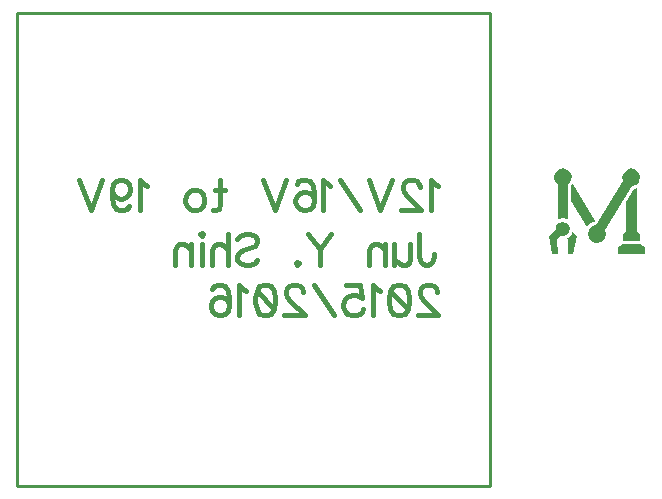
<source format=gbo>
G04 DipTrace 2.4.0.2*
%INBoost_converter.GBO*%
%MOMM*%
%ADD10C,0.25*%
%ADD20O,0.39X0.391*%
%FSLAX53Y53*%
G04*
G71*
G90*
G75*
G01*
%LNBotSilk*%
%LPD*%
X72458Y51474D2*
D10*
X32458D1*
Y11474D1*
X72458D1*
Y51474D1*
G36*
X85607Y31051D2*
Y31660D1*
X85175Y31914D1*
X83727D1*
X83296Y31660D1*
Y31051D1*
D1*
X85607D1*
G37*
G36*
X85175Y32219D2*
Y32778D1*
X84896Y32956D1*
Y36664D1*
X84693Y36613D1*
X84007Y35521D1*
Y32956D1*
X83727Y32778D1*
Y32219D1*
X85175D1*
G37*
G36*
X84515Y36842D2*
X84820Y36944D1*
X85099Y37198D1*
X85201Y37579D1*
X85099Y37960D1*
X84820Y38239D1*
X84464Y38341D1*
X84083Y38239D1*
X83804Y37960D1*
X83702Y37579D1*
X83778Y37299D1*
X81467Y33540D1*
X81162Y33438D1*
X80883Y33159D1*
X80781Y32778D1*
X80883Y32422D1*
X81162Y32143D1*
X81543Y32041D1*
X81924Y32143D1*
X82203Y32422D1*
X82305Y32803D1*
X82229Y33108D1*
X84515Y36842D1*
G37*
G36*
X81391Y33921D2*
X81314Y33794D1*
X80984Y33692D1*
X80705Y33362D1*
X79359Y35597D1*
Y36893D1*
X79511Y37020D1*
D1*
X81391Y33921D1*
G37*
G36*
X79079Y36994D2*
X79282Y37198D1*
X79409Y37579D1*
X79308Y37960D1*
X79028Y38239D1*
X78647Y38341D1*
X78266Y38239D1*
X77987Y37960D1*
X77885Y37579D1*
X77987Y37223D1*
X78216Y36994D1*
Y34023D1*
X78647Y34150D1*
X79079Y34023D1*
Y36994D1*
G37*
G36*
X79435Y32930D2*
X79409Y32803D1*
X79105Y32473D1*
X79003Y32448D1*
X79079Y32372D1*
Y31127D1*
X79511Y31051D1*
X79816Y32575D1*
X79435Y32930D1*
G37*
G36*
X79155Y33540D2*
X79232Y33235D1*
X79155Y32930D1*
X78927Y32702D1*
X78647Y32626D1*
X78495Y32676D1*
X78190Y32346D1*
X78216Y31127D1*
X77758Y31051D1*
X77479Y32575D1*
X78063Y33159D1*
X78038Y33261D1*
X78114Y33515D1*
X78343Y33743D1*
X78647Y33819D1*
X78952Y33743D1*
X79155Y33540D1*
G37*
X66515Y32748D2*
D20*
Y30805D1*
X66636Y30440D1*
X66760Y30319D1*
X67001Y30195D1*
X67245D1*
X67487Y30319D1*
X67608Y30440D1*
X67731Y30805D1*
Y31046D1*
X65731Y31897D2*
Y30681D1*
X65610Y30319D1*
X65366Y30195D1*
X65001D1*
X64760Y30319D1*
X64395Y30681D1*
Y31897D2*
Y30195D1*
X63610Y31897D2*
Y30195D1*
Y31411D2*
X63245Y31776D1*
X63001Y31897D1*
X62639D1*
X62395Y31776D1*
X62274Y31411D1*
Y30195D1*
X59021Y32748D2*
X58049Y31532D1*
Y30195D1*
X57078Y32748D2*
X58049Y31532D1*
X56173Y30440D2*
X56293Y30316D1*
X56173Y30195D1*
X56049Y30316D1*
X56173Y30440D1*
X51094Y32383D2*
X51336Y32627D1*
X51701Y32748D1*
X52187D1*
X52552Y32627D1*
X52796Y32383D1*
Y32141D1*
X52672Y31897D1*
X52552Y31776D1*
X52310Y31655D1*
X51580Y31411D1*
X51336Y31290D1*
X51215Y31167D1*
X51094Y30925D1*
Y30560D1*
X51336Y30319D1*
X51701Y30195D1*
X52187D1*
X52552Y30319D1*
X52796Y30560D1*
X50310Y32748D2*
Y30195D1*
Y31411D2*
X49945Y31776D1*
X49701Y31897D1*
X49336D1*
X49094Y31776D1*
X48974Y31411D1*
Y30195D1*
X48189Y32748D2*
X48069Y32627D1*
X47945Y32748D1*
X48069Y32871D1*
X48189Y32748D1*
X48069Y31897D2*
Y30195D1*
X47161Y31897D2*
Y30195D1*
Y31411D2*
X46796Y31776D1*
X46551Y31897D1*
X46189D1*
X45945Y31776D1*
X45824Y31411D1*
Y30195D1*
X68064Y36863D2*
X67819Y36986D1*
X67454Y37349D1*
Y34799D1*
X66547Y36742D2*
Y36863D1*
X66426Y37107D1*
X66305Y37228D1*
X66061Y37349D1*
X65575D1*
X65334Y37228D1*
X65213Y37107D1*
X65089Y36863D1*
Y36621D1*
X65213Y36377D1*
X65454Y36015D1*
X66670Y34799D1*
X64969D1*
X64184Y37351D2*
X63213Y34799D1*
X62241Y37351D1*
X61457Y34799D2*
X59756Y37349D1*
X58971Y36863D2*
X58727Y36986D1*
X58362Y37349D1*
Y34799D1*
X56121Y36986D2*
X56241Y37228D1*
X56606Y37349D1*
X56848D1*
X57213Y37228D1*
X57457Y36863D1*
X57578Y36256D1*
Y35650D1*
X57457Y35164D1*
X57213Y34920D1*
X56848Y34799D1*
X56727D1*
X56365Y34920D1*
X56121Y35164D1*
X56000Y35529D1*
Y35650D1*
X56121Y36015D1*
X56365Y36256D1*
X56727Y36377D1*
X56848D1*
X57213Y36256D1*
X57457Y36015D1*
X57578Y35650D1*
X55215Y37351D2*
X54244Y34799D1*
X53273Y37351D1*
X49654D2*
Y35285D1*
X49534Y34923D1*
X49289Y34799D1*
X49048D1*
X50019Y36501D2*
X49169D1*
X47657D2*
X47899Y36380D1*
X48143Y36136D1*
X48264Y35771D1*
Y35529D1*
X48143Y35164D1*
X47899Y34923D1*
X47657Y34799D1*
X47292D1*
X47048Y34923D1*
X46806Y35164D1*
X46683Y35529D1*
Y35771D1*
X46806Y36136D1*
X47048Y36380D1*
X47292Y36501D1*
X47657D1*
X43430Y36863D2*
X43185Y36986D1*
X42820Y37349D1*
Y34799D1*
X40455Y36501D2*
X40579Y36136D1*
X40820Y35891D1*
X41185Y35771D1*
X41306D1*
X41671Y35891D1*
X41912Y36136D1*
X42036Y36501D1*
Y36621D1*
X41912Y36986D1*
X41671Y37228D1*
X41306Y37349D1*
X41185D1*
X40820Y37228D1*
X40579Y36986D1*
X40455Y36501D1*
Y35891D1*
X40579Y35285D1*
X40820Y34920D1*
X41185Y34799D1*
X41427D1*
X41792Y34920D1*
X41912Y35164D1*
X39671Y37351D2*
X38699Y34799D1*
X37728Y37351D1*
X67997Y27852D2*
Y27973D1*
X67876Y28217D1*
X67755Y28338D1*
X67511Y28459D1*
X67025D1*
X66784Y28338D1*
X66663Y28217D1*
X66540Y27973D1*
Y27731D1*
X66663Y27487D1*
X66905Y27125D1*
X68120Y25909D1*
X66419D1*
X64904Y28459D2*
X65269Y28338D1*
X65514Y27973D1*
X65634Y27366D1*
Y27001D1*
X65514Y26395D1*
X65269Y26030D1*
X64904Y25909D1*
X64663D1*
X64298Y26030D1*
X64057Y26395D1*
X63933Y27001D1*
Y27366D1*
X64057Y27973D1*
X64298Y28338D1*
X64663Y28459D1*
X64904D1*
X64057Y27973D2*
X65514Y26395D1*
X63149Y27973D2*
X62904Y28096D1*
X62539Y28459D1*
Y25909D1*
X60298Y28459D2*
X61511D1*
X61632Y27366D1*
X61511Y27487D1*
X61146Y27611D1*
X60784D1*
X60419Y27487D1*
X60174Y27246D1*
X60054Y26881D1*
Y26639D1*
X60174Y26274D1*
X60419Y26030D1*
X60784Y25909D1*
X61146D1*
X61511Y26030D1*
X61632Y26153D1*
X61755Y26395D1*
X59269Y25909D2*
X57568Y28459D1*
X56660Y27852D2*
Y27973D1*
X56539Y28217D1*
X56419Y28338D1*
X56174Y28459D1*
X55689D1*
X55447Y28338D1*
X55326Y28217D1*
X55203Y27973D1*
Y27731D1*
X55326Y27487D1*
X55568Y27125D1*
X56784Y25909D1*
X55082D1*
X53568Y28459D2*
X53933Y28338D1*
X54177Y27973D1*
X54298Y27366D1*
Y27001D1*
X54177Y26395D1*
X53933Y26030D1*
X53568Y25909D1*
X53326D1*
X52961Y26030D1*
X52720Y26395D1*
X52596Y27001D1*
Y27366D1*
X52720Y27973D1*
X52961Y28338D1*
X53326Y28459D1*
X53568D1*
X52720Y27973D2*
X54177Y26395D1*
X51812Y27973D2*
X51568Y28096D1*
X51203Y28459D1*
Y25909D1*
X48961Y28096D2*
X49082Y28338D1*
X49447Y28459D1*
X49688D1*
X50053Y28338D1*
X50298Y27973D1*
X50418Y27366D1*
Y26760D1*
X50298Y26274D1*
X50053Y26030D1*
X49688Y25909D1*
X49568D1*
X49206Y26030D1*
X48961Y26274D1*
X48841Y26639D1*
Y26760D1*
X48961Y27125D1*
X49206Y27366D1*
X49568Y27487D1*
X49688D1*
X50053Y27366D1*
X50298Y27125D1*
X50418Y26760D1*
M02*

</source>
